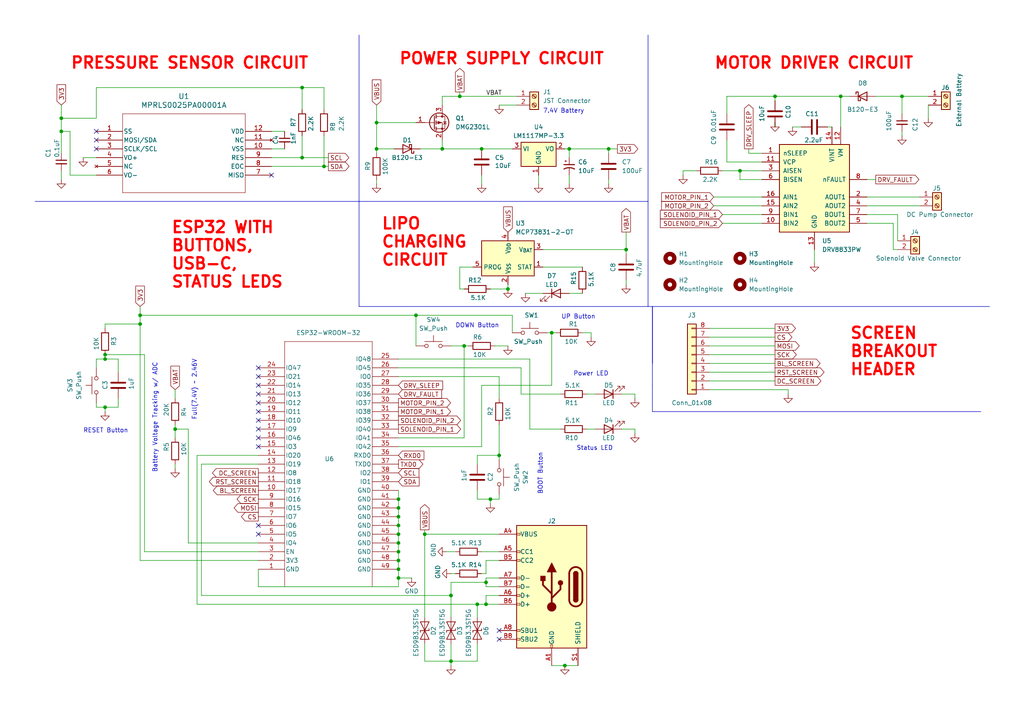
<source format=kicad_sch>
(kicad_sch (version 20230121) (generator eeschema)
  (paper "A4")
  (title_block (title "AT01 - Initial Revision") (date "2023-11-16") (rev "1"))
  (junction (at 261.62 27.94))
  (junction (at 115.57 152.4))
  (junction (at 130.81 191.77))
  (junction (at 30.48 104.14))
  (junction (at 115.57 167.64))
  (junction (at 139.7 43.18))
  (junction (at 123.19 154.94))
  (junction (at 115.57 165.1))
  (junction (at 115.57 147.32))
  (junction (at 115.57 160.02))
  (junction (at 109.22 43.18))
  (junction (at 176.53 43.18))
  (junction (at 115.57 154.94))
  (junction (at 134.62 100.33))
  (junction (at 109.22 35.56))
  (junction (at 165.1 43.18))
  (junction (at 160.02 96.52))
  (junction (at 17.78 38.1))
  (junction (at 128.27 43.18))
  (junction (at 40.64 93.98))
  (junction (at 140.97 168.91))
  (junction (at 87.63 25.4))
  (junction (at 130.81 172.72))
  (junction (at 50.8 124.46))
  (junction (at 30.48 102.87))
  (junction (at 181.61 72.39))
  (junction (at 163.83 193.04))
  (junction (at 147.32 83.82))
  (junction (at 115.57 157.48))
  (junction (at 243.84 27.94))
  (junction (at 40.64 91.44))
  (junction (at 93.98 48.26))
  (junction (at 87.63 45.72))
  (junction (at 214.63 49.53))
  (junction (at 140.97 175.26))
  (junction (at 17.78 34.29))
  (junction (at 133.35 27.94))
  (junction (at 144.78 132.08))
  (junction (at 120.65 91.44))
  (junction (at 115.57 149.86))
  (junction (at 115.57 144.78))
  (junction (at 30.48 118.11))
  (junction (at 142.24 144.78))
  (junction (at 115.57 162.56))
  (junction (at 224.79 27.94))
  (junction (at 138.43 175.26))
  (no_connect (at 27.94 40.64))
  (no_connect (at 144.78 185.42))
  (no_connect (at 74.93 111.76))
  (no_connect (at 74.93 129.54))
  (no_connect (at 74.93 116.84))
  (no_connect (at 74.93 119.38))
  (no_connect (at 74.93 106.68))
  (no_connect (at 74.93 152.4))
  (no_connect (at 27.94 43.18))
  (no_connect (at 78.74 50.8))
  (no_connect (at 74.93 114.3))
  (no_connect (at 74.93 124.46))
  (no_connect (at 74.93 127))
  (no_connect (at 144.78 182.88))
  (no_connect (at 74.93 109.22))
  (no_connect (at 74.93 154.94))
  (no_connect (at 74.93 121.92))
  (no_connect (at 27.94 38.1))
  (wire (pts (xy 220.98 49.53) (xy 214.63 49.53)))
  (wire (pts (xy 138.43 175.26) (xy 138.43 179.07)))
  (wire (pts (xy 93.98 25.4) (xy 93.98 31.75)))
  (wire (pts (xy 181.61 67.31) (xy 181.61 72.39)))
  (wire (pts (xy 157.48 77.47) (xy 168.91 77.47)))
  (wire (pts (xy 74.93 170.18) (xy 74.93 165.1)))
  (wire (pts (xy 165.1 43.18) (xy 176.53 43.18)))
  (polyline (pts (xy 189.23 88.9) (xy 189.23 105.41)))
  (wire (pts (xy 138.43 142.24) (xy 138.43 144.78)))
  (wire (pts (xy 139.7 43.18) (xy 148.59 43.18)))
  (polyline (pts (xy 104.14 10.16) (xy 104.14 58.42)))
  (wire (pts (xy 163.83 193.04) (xy 167.64 193.04)))
  (wire (pts (xy 123.19 154.94) (xy 144.78 154.94)))
  (wire (pts (xy 115.57 162.56) (xy 115.57 165.1)))
  (wire (pts (xy 58.42 134.62) (xy 58.42 172.72)))
  (wire (pts (xy 144.78 144.78) (xy 142.24 144.78)))
  (wire (pts (xy 115.57 152.4) (xy 115.57 154.94)))
  (wire (pts (xy 87.63 45.72) (xy 95.25 45.72)))
  (wire (pts (xy 207.01 57.15) (xy 220.98 57.15)))
  (wire (pts (xy 58.42 172.72) (xy 130.81 172.72)))
  (wire (pts (xy 24.13 45.72) (xy 27.94 45.72)))
  (wire (pts (xy 184.15 124.46) (xy 180.34 124.46)))
  (polyline (pts (xy 189.23 119.38) (xy 284.48 119.38)))
  (wire (pts (xy 115.57 104.14) (xy 153.67 104.14)))
  (wire (pts (xy 138.43 134.62) (xy 138.43 132.08)))
  (wire (pts (xy 140.97 168.91) (xy 140.97 170.18)))
  (wire (pts (xy 217.17 44.45) (xy 220.98 44.45)))
  (wire (pts (xy 133.35 83.82) (xy 134.62 83.82)))
  (wire (pts (xy 144.78 167.64) (xy 140.97 167.64)))
  (wire (pts (xy 74.93 170.18) (xy 115.57 170.18)))
  (wire (pts (xy 261.62 27.94) (xy 261.62 33.02)))
  (wire (pts (xy 184.15 115.57) (xy 184.15 114.3)))
  (wire (pts (xy 34.29 107.95) (xy 34.29 104.14)))
  (wire (pts (xy 205.74 110.49) (xy 224.79 110.49)))
  (wire (pts (xy 128.27 43.18) (xy 139.7 43.18)))
  (wire (pts (xy 144.78 30.48) (xy 149.86 30.48)))
  (wire (pts (xy 133.35 27.94) (xy 149.86 27.94)))
  (wire (pts (xy 138.43 191.77) (xy 130.81 191.77)))
  (wire (pts (xy 261.62 38.1) (xy 261.62 39.37)))
  (wire (pts (xy 205.74 102.87) (xy 224.79 102.87)))
  (wire (pts (xy 30.48 118.11) (xy 34.29 118.11)))
  (wire (pts (xy 34.29 115.57) (xy 34.29 118.11)))
  (polyline (pts (xy 187.96 58.42) (xy 104.14 58.42)))
  (wire (pts (xy 181.61 81.28) (xy 181.61 82.55)))
  (wire (pts (xy 133.35 26.67) (xy 133.35 27.94)))
  (wire (pts (xy 115.57 167.64) (xy 115.57 170.18)))
  (wire (pts (xy 130.81 168.91) (xy 140.97 168.91)))
  (wire (pts (xy 205.74 113.03) (xy 228.6 113.03)))
  (wire (pts (xy 228.6 113.03) (xy 228.6 114.3)))
  (wire (pts (xy 27.94 50.8) (xy 20.32 50.8)))
  (wire (pts (xy 142.24 83.82) (xy 147.32 83.82)))
  (wire (pts (xy 158.75 96.52) (xy 160.02 96.52)))
  (wire (pts (xy 109.22 35.56) (xy 109.22 43.18)))
  (wire (pts (xy 130.81 191.77) (xy 130.81 193.04)))
  (wire (pts (xy 109.22 30.48) (xy 109.22 35.56)))
  (wire (pts (xy 138.43 186.69) (xy 138.43 191.77)))
  (wire (pts (xy 144.78 172.72) (xy 140.97 172.72)))
  (wire (pts (xy 17.78 49.53) (xy 17.78 52.07)))
  (wire (pts (xy 220.98 52.07) (xy 214.63 52.07)))
  (wire (pts (xy 171.45 97.79) (xy 171.45 96.52)))
  (wire (pts (xy 78.74 43.18) (xy 82.55 43.18)))
  (wire (pts (xy 115.57 142.24) (xy 115.57 144.78)))
  (wire (pts (xy 209.55 49.53) (xy 214.63 49.53)))
  (wire (pts (xy 132.08 160.02) (xy 129.54 160.02)))
  (wire (pts (xy 210.82 27.94) (xy 224.79 27.94)))
  (wire (pts (xy 74.93 160.02) (xy 41.91 160.02)))
  (wire (pts (xy 27.94 118.11) (xy 30.48 118.11)))
  (wire (pts (xy 133.35 77.47) (xy 133.35 83.82)))
  (wire (pts (xy 243.84 27.94) (xy 246.38 27.94)))
  (wire (pts (xy 78.74 48.26) (xy 93.98 48.26)))
  (wire (pts (xy 140.97 162.56) (xy 140.97 166.37)))
  (wire (pts (xy 251.46 59.69) (xy 266.7 59.69)))
  (wire (pts (xy 57.15 175.26) (xy 57.15 132.08)))
  (wire (pts (xy 74.93 162.56) (xy 40.64 162.56)))
  (wire (pts (xy 40.64 88.9) (xy 40.64 91.44)))
  (wire (pts (xy 20.32 50.8) (xy 20.32 38.1)))
  (wire (pts (xy 142.24 144.78) (xy 142.24 146.05)))
  (wire (pts (xy 139.7 129.54) (xy 139.7 111.76)))
  (wire (pts (xy 17.78 34.29) (xy 17.78 38.1)))
  (wire (pts (xy 214.63 52.07) (xy 214.63 49.53)))
  (wire (pts (xy 115.57 144.78) (xy 115.57 147.32)))
  (wire (pts (xy 205.74 100.33) (xy 224.79 100.33)))
  (wire (pts (xy 259.08 64.77) (xy 251.46 64.77)))
  (wire (pts (xy 176.53 43.18) (xy 179.07 43.18)))
  (wire (pts (xy 30.48 102.87) (xy 41.91 102.87)))
  (wire (pts (xy 134.62 100.33) (xy 135.89 100.33)))
  (wire (pts (xy 30.48 104.14) (xy 34.29 104.14)))
  (wire (pts (xy 176.53 43.18) (xy 176.53 44.45)))
  (wire (pts (xy 144.78 160.02) (xy 139.7 160.02)))
  (wire (pts (xy 130.81 100.33) (xy 134.62 100.33)))
  (wire (pts (xy 224.79 35.56) (xy 224.79 36.83)))
  (wire (pts (xy 210.82 46.99) (xy 220.98 46.99)))
  (wire (pts (xy 119.38 167.64) (xy 115.57 167.64)))
  (wire (pts (xy 50.8 113.03) (xy 50.8 115.57)))
  (wire (pts (xy 115.57 106.68) (xy 151.13 106.68)))
  (wire (pts (xy 134.62 127) (xy 134.62 100.33)))
  (wire (pts (xy 153.67 104.14) (xy 153.67 124.46)))
  (wire (pts (xy 151.13 114.3) (xy 151.13 106.68)))
  (wire (pts (xy 139.7 50.8) (xy 139.7 53.34)))
  (wire (pts (xy 115.57 154.94) (xy 115.57 157.48)))
  (wire (pts (xy 144.78 109.22) (xy 144.78 115.57)))
  (wire (pts (xy 210.82 27.94) (xy 210.82 33.02)))
  (wire (pts (xy 123.19 153.67) (xy 123.19 154.94)))
  (wire (pts (xy 259.08 72.39) (xy 259.08 64.77)))
  (polyline (pts (xy 189.23 111.76) (xy 189.23 119.38)))
  (wire (pts (xy 87.63 25.4) (xy 87.63 31.75)))
  (wire (pts (xy 115.57 149.86) (xy 115.57 152.4)))
  (wire (pts (xy 130.81 168.91) (xy 130.81 172.72)))
  (wire (pts (xy 128.27 40.64) (xy 128.27 43.18)))
  (wire (pts (xy 163.83 43.18) (xy 165.1 43.18)))
  (wire (pts (xy 128.27 27.94) (xy 128.27 30.48)))
  (wire (pts (xy 144.78 143.51) (xy 144.78 144.78)))
  (wire (pts (xy 144.78 132.08) (xy 144.78 133.35)))
  (wire (pts (xy 144.78 162.56) (xy 140.97 162.56)))
  (wire (pts (xy 168.91 85.09) (xy 165.1 85.09)))
  (wire (pts (xy 160.02 96.52) (xy 161.29 96.52)))
  (wire (pts (xy 27.94 104.14) (xy 27.94 106.68)))
  (wire (pts (xy 140.97 175.26) (xy 138.43 175.26)))
  (wire (pts (xy 181.61 72.39) (xy 181.61 73.66)))
  (wire (pts (xy 165.1 43.18) (xy 165.1 45.72)))
  (wire (pts (xy 115.57 165.1) (xy 115.57 167.64)))
  (wire (pts (xy 157.48 72.39) (xy 181.61 72.39)))
  (wire (pts (xy 176.53 52.07) (xy 176.53 53.34)))
  (wire (pts (xy 120.65 35.56) (xy 109.22 35.56)))
  (wire (pts (xy 259.08 72.39) (xy 260.35 72.39)))
  (wire (pts (xy 27.94 25.4) (xy 87.63 25.4)))
  (wire (pts (xy 205.74 105.41) (xy 224.79 105.41)))
  (polyline (pts (xy 187.96 10.16) (xy 187.96 58.42)))
  (wire (pts (xy 147.32 82.55) (xy 147.32 83.82)))
  (wire (pts (xy 30.48 93.98) (xy 30.48 95.25)))
  (wire (pts (xy 224.79 27.94) (xy 243.84 27.94)))
  (wire (pts (xy 198.12 50.8) (xy 198.12 49.53)))
  (polyline (pts (xy 187.96 58.42) (xy 187.96 88.9)))
  (wire (pts (xy 41.91 102.87) (xy 41.91 160.02)))
  (wire (pts (xy 171.45 96.52) (xy 168.91 96.52)))
  (wire (pts (xy 109.22 52.07) (xy 109.22 53.34)))
  (wire (pts (xy 17.78 30.48) (xy 17.78 34.29)))
  (wire (pts (xy 243.84 27.94) (xy 243.84 36.83)))
  (wire (pts (xy 210.82 40.64) (xy 210.82 46.99)))
  (wire (pts (xy 120.65 91.44) (xy 148.59 91.44)))
  (wire (pts (xy 115.57 109.22) (xy 144.78 109.22)))
  (polyline (pts (xy 189.23 88.9) (xy 189.23 111.76)))
  (wire (pts (xy 142.24 144.78) (xy 138.43 144.78)))
  (wire (pts (xy 205.74 107.95) (xy 224.79 107.95)))
  (wire (pts (xy 170.18 124.46) (xy 172.72 124.46)))
  (wire (pts (xy 130.81 186.69) (xy 130.81 191.77)))
  (wire (pts (xy 128.27 27.94) (xy 133.35 27.94)))
  (wire (pts (xy 115.57 127) (xy 134.62 127)))
  (wire (pts (xy 160.02 111.76) (xy 160.02 96.52)))
  (wire (pts (xy 144.78 123.19) (xy 144.78 132.08)))
  (wire (pts (xy 54.61 157.48) (xy 54.61 124.46)))
  (polyline (pts (xy 104.14 58.42) (xy 104.14 88.9)))
  (wire (pts (xy 27.94 116.84) (xy 27.94 118.11)))
  (wire (pts (xy 165.1 50.8) (xy 165.1 53.34)))
  (wire (pts (xy 50.8 123.19) (xy 50.8 124.46)))
  (wire (pts (xy 115.57 129.54) (xy 139.7 129.54)))
  (wire (pts (xy 121.92 43.18) (xy 128.27 43.18)))
  (wire (pts (xy 93.98 39.37) (xy 93.98 48.26)))
  (wire (pts (xy 130.81 172.72) (xy 130.81 179.07)))
  (wire (pts (xy 170.18 114.3) (xy 172.72 114.3)))
  (wire (pts (xy 139.7 111.76) (xy 160.02 111.76)))
  (wire (pts (xy 109.22 43.18) (xy 109.22 44.45)))
  (wire (pts (xy 260.35 62.23) (xy 251.46 62.23)))
  (wire (pts (xy 160.02 193.04) (xy 163.83 193.04)))
  (wire (pts (xy 260.35 69.85) (xy 260.35 62.23)))
  (wire (pts (xy 269.24 30.48) (xy 269.24 34.29)))
  (wire (pts (xy 50.8 124.46) (xy 50.8 127)))
  (wire (pts (xy 209.55 64.77) (xy 220.98 64.77)))
  (wire (pts (xy 140.97 166.37) (xy 139.7 166.37)))
  (wire (pts (xy 144.78 132.08) (xy 138.43 132.08)))
  (wire (pts (xy 198.12 49.53) (xy 201.93 49.53)))
  (wire (pts (xy 205.74 95.25) (xy 224.79 95.25)))
  (wire (pts (xy 74.93 134.62) (xy 58.42 134.62)))
  (wire (pts (xy 236.22 72.39) (xy 236.22 76.2)))
  (wire (pts (xy 57.15 132.08) (xy 74.93 132.08)))
  (wire (pts (xy 120.65 100.33) (xy 120.65 91.44)))
  (wire (pts (xy 207.01 59.69) (xy 220.98 59.69)))
  (wire (pts (xy 254 27.94) (xy 261.62 27.94)))
  (wire (pts (xy 241.3 36.83) (xy 240.03 36.83)))
  (wire (pts (xy 217.17 43.18) (xy 217.17 44.45)))
  (wire (pts (xy 157.48 85.09) (xy 152.4 85.09)))
  (wire (pts (xy 229.87 36.83) (xy 232.41 36.83)))
  (wire (pts (xy 115.57 157.48) (xy 115.57 160.02)))
  (wire (pts (xy 140.97 167.64) (xy 140.97 168.91)))
  (wire (pts (xy 40.64 93.98) (xy 40.64 162.56)))
  (wire (pts (xy 130.81 191.77) (xy 123.19 191.77)))
  (wire (pts (xy 115.57 160.02) (xy 115.57 162.56)))
  (wire (pts (xy 50.8 124.46) (xy 54.61 124.46)))
  (wire (pts (xy 133.35 77.47) (xy 137.16 77.47)))
  (wire (pts (xy 40.64 91.44) (xy 40.64 93.98)))
  (wire (pts (xy 251.46 52.07) (xy 254 52.07)))
  (wire (pts (xy 224.79 27.94) (xy 224.79 29.21)))
  (wire (pts (xy 115.57 147.32) (xy 115.57 149.86)))
  (wire (pts (xy 57.15 175.26) (xy 138.43 175.26)))
  (wire (pts (xy 123.19 186.69) (xy 123.19 191.77)))
  (polyline (pts (xy 104.14 88.9) (xy 187.96 88.9)))
  (wire (pts (xy 148.59 96.52) (xy 148.59 91.44)))
  (wire (pts (xy 123.19 154.94) (xy 123.19 179.07)))
  (wire (pts (xy 144.78 170.18) (xy 140.97 170.18)))
  (wire (pts (xy 209.55 62.23) (xy 220.98 62.23)))
  (wire (pts (xy 144.78 175.26) (xy 140.97 175.26)))
  (wire (pts (xy 30.48 93.98) (xy 40.64 93.98)))
  (wire (pts (xy 50.8 134.62) (xy 50.8 135.89)))
  (wire (pts (xy 17.78 38.1) (xy 17.78 44.45)))
  (wire (pts (xy 87.63 25.4) (xy 93.98 25.4)))
  (wire (pts (xy 78.74 38.1) (xy 82.55 38.1)))
  (wire (pts (xy 109.22 43.18) (xy 114.3 43.18)))
  (wire (pts (xy 205.74 97.79) (xy 224.79 97.79)))
  (wire (pts (xy 143.51 100.33) (xy 147.32 100.33)))
  (wire (pts (xy 156.21 50.8) (xy 156.21 53.34)))
  (wire (pts (xy 261.62 27.94) (xy 269.24 27.94)))
  (wire (pts (xy 30.48 118.11) (xy 30.48 119.38)))
  (wire (pts (xy 74.93 157.48) (xy 54.61 157.48)))
  (wire (pts (xy 153.67 124.46) (xy 162.56 124.46)))
  (wire (pts (xy 30.48 104.14) (xy 27.94 104.14)))
  (wire (pts (xy 132.08 166.37) (xy 130.81 166.37)))
  (wire (pts (xy 93.98 48.26) (xy 95.25 48.26)))
  (wire (pts (xy 20.32 38.1) (xy 17.78 38.1)))
  (wire (pts (xy 40.64 91.44) (xy 120.65 91.44)))
  (wire (pts (xy 30.48 102.87) (xy 30.48 104.14)))
  (wire (pts (xy 184.15 125.73) (xy 184.15 124.46)))
  (wire (pts (xy 27.94 34.29) (xy 27.94 25.4)))
  (wire (pts (xy 87.63 39.37) (xy 87.63 45.72)))
  (wire (pts (xy 151.13 114.3) (xy 162.56 114.3)))
  (wire (pts (xy 251.46 57.15) (xy 266.7 57.15)))
  (wire (pts (xy 184.15 114.3) (xy 180.34 114.3)))
  (wire (pts (xy 78.74 45.72) (xy 87.63 45.72)))
  (wire (pts (xy 140.97 172.72) (xy 140.97 175.26)))
  (polyline (pts (xy 10.16 58.42) (xy 104.14 58.42)))
  (wire (pts (xy 17.78 34.29) (xy 27.94 34.29)))
  (polyline (pts (xy 187.96 88.9) (xy 287.02 88.9)))
  (text "UP Button" (at 172.72 92.71 0) (effects (font (size 1.27 1.27)) (justify right bottom)))
  (text "LIPO\nCHARGING\nCIRCUIT" (at 110.49 77.47 0) (effects (font (size 3.27 3.27) (thickness 0.654) bold) (justify left bottom)))
  (text "Full(7.4V) ~ 2.46V" (at 57.15 121.92 90) (effects (font (size 1.27 1.27)) (justify left bottom)))
  (text "PRESSURE SENSOR CIRCUIT" (at 20.32 20.32 0) (effects (font (size 3.27 3.27) (thickness 0.654) bold) (justify left bottom)))
  (text "RESET Button" (at 24.13 125.73 0) (effects (font (size 1.27 1.27)) (justify left bottom)))
  (text "POWER SUPPLY CIRCUIT" (at 115.57 19.05 0) (effects (font (size 3.27 3.27) (thickness 0.654) bold) (justify left bottom)))
  (text "7.4V Battery" (at 157.48 33.02 0) (effects (font (size 1.27 1.27)) (justify left bottom)))
  (text "ESP32 WITH \nBUTTONS,\nUSB-C,\nSTATUS LEDS" (at 49.53 83.82 0) (effects (font (size 3.27 3.27) (thickness 0.654) bold) (justify left bottom)))
  (text "Power LED" (at 176.53 109.22 0) (effects (font (size 1.27 1.27)) (justify right bottom)))
  (text "SCREEN\nBREAKOUT\nHEADER" (at 246.38 109.22 0) (effects (font (size 3.27 3.27) (thickness 0.654) bold) (justify left bottom)))
  (text "BOOT Button" (at 157.48 143.51 90) (effects (font (size 1.27 1.27)) (justify left bottom)))
  (text "MOTOR DRIVER CIRCUIT" (at 207.01 20.32 0) (effects (font (size 3.27 3.27) (thickness 0.654) bold) (justify left bottom)))
  (text "DOWN Button" (at 132.08 95.25 0) (effects (font (size 1.27 1.27)) (justify left bottom)))
  (text "Battery Voltage Tracking w/ ADC" (at 45.72 137.16 90) (effects (font (size 1.27 1.27)) (justify left bottom)))
  (text "Status LED" (at 177.8 130.81 0) (effects (font (size 1.27 1.27)) (justify right bottom)))
  (label "VBAT" (at 140.97 27.94 0))
  (global_label "3V3" (shape input) (at 40.64 88.9 90) (property "Intersheetrefs" "${INTERSHEET_REFS}" (effects hide)))
  (global_label "MOTOR_PIN_1" (shape output) (at 115.57 119.38 0) (property "Intersheetrefs" "${INTERSHEET_REFS}" (effects hide)))
  (global_label "DRV_SLEEP" (shape output) (at 217.17 43.18 90) (property "Intersheetrefs" "${INTERSHEET_REFS}" (effects hide)))
  (global_label "VBUS" (shape input) (at 109.22 30.48 90) (property "Intersheetrefs" "${INTERSHEET_REFS}" (effects hide)))
  (global_label "3V3" (shape input) (at 17.78 30.48 90) (property "Intersheetrefs" "${INTERSHEET_REFS}" (effects hide)))
  (global_label "MOSI" (shape output) (at 74.93 147.32 180) (property "Intersheetrefs" "${INTERSHEET_REFS}" (effects hide)))
  (global_label "TXD0" (shape output) (at 115.57 134.62 0) (property "Intersheetrefs" "${INTERSHEET_REFS}" (effects hide)))
  (global_label "BL_SCREEN" (shape output) (at 74.93 142.24 180) (property "Intersheetrefs" "${INTERSHEET_REFS}" (effects hide)))
  (global_label "VBUS" (shape input) (at 147.32 67.31 90) (property "Intersheetrefs" "${INTERSHEET_REFS}" (effects hide)))
  (global_label "SOLENOID_PIN_2" (shape output) (at 115.57 121.92 0) (property "Intersheetrefs" "${INTERSHEET_REFS}" (effects hide)))
  (global_label "SCK" (shape output) (at 224.79 102.87 0) (property "Intersheetrefs" "${INTERSHEET_REFS}" (effects hide)))
  (global_label "DRV_FAULT" (shape input) (at 115.57 114.3 0) (property "Intersheetrefs" "${INTERSHEET_REFS}" (effects hide)))
  (global_label "VBAT" (shape output) (at 133.35 26.67 90) (property "Intersheetrefs" "${INTERSHEET_REFS}" (effects hide)))
  (global_label "CS" (shape output) (at 74.93 149.86 180) (property "Intersheetrefs" "${INTERSHEET_REFS}" (effects hide)))
  (global_label "SDA" (shape input) (at 115.57 139.7 0) (property "Intersheetrefs" "${INTERSHEET_REFS}" (effects hide)))
  (global_label "MOTOR_PIN_2" (shape output) (at 115.57 116.84 0) (property "Intersheetrefs" "${INTERSHEET_REFS}" (effects hide)))
  (global_label "3V3" (shape output) (at 179.07 43.18 0) (property "Intersheetrefs" "${INTERSHEET_REFS}" (effects hide)))
  (global_label "DC_SCREEN" (shape output) (at 74.93 137.16 180) (property "Intersheetrefs" "${INTERSHEET_REFS}" (effects hide)))
  (global_label "SCL" (shape output) (at 95.25 45.72 0) (property "Intersheetrefs" "${INTERSHEET_REFS}" (effects hide)))
  (global_label "SOLENOID_PIN_1" (shape input) (at 209.55 62.23 180) (property "Intersheetrefs" "${INTERSHEET_REFS}" (effects hide)))
  (global_label "SDA" (shape output) (at 95.25 48.26 0) (property "Intersheetrefs" "${INTERSHEET_REFS}" (effects hide)))
  (global_label "RXD0" (shape input) (at 115.57 132.08 0) (property "Intersheetrefs" "${INTERSHEET_REFS}" (effects hide)))
  (global_label "BL_SCREEN" (shape output) (at 224.79 105.41 0) (property "Intersheetrefs" "${INTERSHEET_REFS}" (effects hide)))
  (global_label "MOTOR_PIN_1" (shape input) (at 207.01 57.15 180) (property "Intersheetrefs" "${INTERSHEET_REFS}" (effects hide)))
  (global_label "VBUS" (shape output) (at 123.19 153.67 90) (property "Intersheetrefs" "${INTERSHEET_REFS}" (effects hide)))
  (global_label "MOSI" (shape output) (at 224.79 100.33 0) (property "Intersheetrefs" "${INTERSHEET_REFS}" (effects hide)))
  (global_label "RST_SCREEN" (shape output) (at 74.93 139.7 180) (property "Intersheetrefs" "${INTERSHEET_REFS}" (effects hide)))
  (global_label "RST_SCREEN" (shape output) (at 224.79 107.95 0) (property "Intersheetrefs" "${INTERSHEET_REFS}" (effects hide)))
  (global_label "MOTOR_PIN_2" (shape input) (at 207.01 59.69 180) (property "Intersheetrefs" "${INTERSHEET_REFS}" (effects hide)))
  (global_label "DRV_FAULT" (shape output) (at 254 52.07 0) (property "Intersheetrefs" "${INTERSHEET_REFS}" (effects hide)))
  (global_label "3V3" (shape output) (at 224.79 95.25 0) (property "Intersheetrefs" "${INTERSHEET_REFS}" (effects hide)))
  (global_label "VBAT" (shape output) (at 181.61 67.31 90) (property "Intersheetrefs" "${INTERSHEET_REFS}" (effects hide)))
  (global_label "VBAT" (shape input) (at 50.8 113.03 90) (property "Intersheetrefs" "${INTERSHEET_REFS}" (effects hide)))
  (global_label "SOLENOID_PIN_1" (shape output) (at 115.57 124.46 0) (property "Intersheetrefs" "${INTERSHEET_REFS}" (effects hide)))
  (global_label "SOLENOID_PIN_2" (shape input) (at 209.55 64.77 180) (property "Intersheetrefs" "${INTERSHEET_REFS}" (effects hide)))
  (global_label "SCK" (shape output) (at 74.93 144.78 180) (property "Intersheetrefs" "${INTERSHEET_REFS}" (effects hide)))
  (global_label "SCL" (shape input) (at 115.57 137.16 0) (property "Intersheetrefs" "${INTERSHEET_REFS}" (effects hide)))
  (global_label "DRV_SLEEP" (shape input) (at 115.57 111.76 0) (property "Intersheetrefs" "${INTERSHEET_REFS}" (effects hide)))
  (global_label "DC_SCREEN" (shape output) (at 224.79 110.49 0) (property "Intersheetrefs" "${INTERSHEET_REFS}" (effects hide)))
  (global_label "CS" (shape output) (at 224.79 97.79 0) (property "Intersheetrefs" "${INTERSHEET_REFS}" (effects hide)))
  (symbol (lib_id "Regulator_Linear:LM1117MP-3.3") (at 156.21 43.18 0) (unit 1)
    (property "Reference" "U4" (at 156.21 36.83 0))
    (property "Value" "LM1117MP-3.3" (at 156.21 39.37 0))
    (property "Footprint" "Package_TO_SOT_SMD:SOT-223-3_TabPin2" (effects hide))
    (property "Datasheet" "http://www.ti.com/lit/ds/symlink/lm1117.pdf" (effects hide))
  )
  (symbol (lib_id "power:GND") (at 156.21 53.34 0) (unit 1)
    (property "Reference" "#PWR019" (effects hide))
    (property "Value" "GND" (effects hide))
  )
  (symbol (lib_id "Device:C") (at 139.7 46.99 0) (unit 1)
    (property "Reference" "C5" (at 143.51 45.72 0) (effects (justify left)))
    (property "Value" "10uF" (at 143.51 48.0314 0) (effects (justify left)))
    (property "Footprint" "Capacitor_SMD:C_0603_1608Metric_Pad1.08x0.95mm_HandSolder" (effects hide))
  )
  (symbol (lib_id "power:GND") (at 139.7 53.34 0) (unit 1)
    (property "Reference" "#PWR013" (effects hide))
    (property "Value" "GND" (effects hide))
  )
  (symbol (lib_id "Switch:SW_Push") (at 153.67 96.52 0) (unit 1)
    (property "Reference" "SW1" (at 156.21 91.44 0) (effects (justify right)))
    (property "Value" "SW_Push" (at 157.48 99.06 0) (effects (justify right)))
    (property "Footprint" "Button_Switch_THT:SW_PUSH_6mm" (effects hide))
  )
  (symbol (lib_id "Diode:B120-E3") (at 250.19 27.94 0) (unit 1)
    (property "Reference" "D8" (at 250.19 24.13 0))
    (property "Value" "B120-E3" (at 250.19 31.75 0))
    (property "Footprint" "Diode_SMD:D_SMA" (effects hide))
    (property "Datasheet" "http://www.vishay.com/docs/88946/b120.pdf" (effects hide))
  )
  (symbol (lib_id "power:GND") (at 184.15 125.73 0) (unit 1)
    (property "Reference" "#PWR016" (effects hide))
    (property "Value" "GND" (effects hide))
  )
  (symbol (lib_id "Switch:SW_Push") (at 125.73 100.33 0) (unit 1)
    (property "Reference" "SW4" (at 125.73 92.71 0))
    (property "Value" "SW_Push" (at 125.73 95.25 0))
    (property "Footprint" "Button_Switch_THT:SW_PUSH_6mm" (effects hide))
  )
  (symbol (lib_id "Device:C") (at 210.82 36.83 180) (unit 1)
    (property "Reference" "C9" (at 207.01 39.37 90) (effects (justify left)))
    (property "Value" "0.01uF" (at 207.01 31.75 90) (effects (justify left)))
    (property "Footprint" "Capacitor_SMD:C_0603_1608Metric_Pad1.08x0.95mm_HandSolder" (effects hide))
  )
  (symbol (lib_id "power:GND") (at 147.32 83.82 0) (unit 1)
    (property "Reference" "#PWR015" (effects hide))
    (property "Value" "GND" (effects hide))
  )
  (symbol (lib_id "Diode:ESD9B3.3ST5G") (at 138.43 182.88 270) (mirror x) (unit 1)
    (property "Reference" "D6" (at 140.97 181.61 0) (effects (justify right)))
    (property "Value" "ESD9B3.3ST5G" (at 135.89 176.53 0) (effects (justify right)))
    (property "Footprint" "Diode_SMD:D_SOD-923" (effects hide))
    (property "Datasheet" "https://www.onsemi.com/pub/Collateral/ESD9B-D.PDF" (effects hide))
  )
  (symbol (lib_id "Connector_Generic:Conn_01x08") (at 200.66 105.41 180) (unit 1)
    (property "Reference" "J3" (at 200.66 91.44 0))
    (property "Value" "Conn_01x08" (at 200.66 116.84 0))
    (property "Footprint" "Connector_PinHeader_1.00mm:PinHeader_1x08_P1.00mm_Vertical" (effects hide))
  )
  (symbol (lib_id "Device:R") (at 30.48 99.06 0) (unit 1)
    (property "Reference" "R3" (at 33.02 100.33 90) (effects (justify left)))
    (property "Value" "10K" (at 27.94 101.6 90) (effects (justify left)))
    (property "Footprint" "Resistor_SMD:R_0603_1608Metric_Pad0.98x0.95mm_HandSolder" (effects hide))
  )
  (symbol (lib_id "Device:R") (at 165.1 96.52 90) (unit 1)
    (property "Reference" "R1" (at 167.64 93.98 90) (effects (justify left)))
    (property "Value" "10K" (at 167.64 99.06 90) (effects (justify left)))
    (property "Footprint" "Resistor_SMD:R_0603_1608Metric_Pad0.98x0.95mm_HandSolder" (effects hide))
  )
  (symbol (lib_id "Device:R") (at 139.7 100.33 270) (mirror x) (unit 1)
    (property "Reference" "R6" (at 137.16 97.79 90) (effects (justify left)))
    (property "Value" "10K" (at 137.16 102.87 90) (effects (justify left)))
    (property "Footprint" "Resistor_SMD:R_0603_1608Metric_Pad0.98x0.95mm_HandSolder" (effects hide))
  )
  (symbol (lib_id "power:GND") (at 17.78 52.07 0) (unit 1)
    (property "Reference" "#PWR01" (effects hide))
    (property "Value" "GND" (effects hide))
  )
  (symbol (lib_id "power:GND") (at 142.24 146.05 0) (unit 1)
    (property "Reference" "#PWR04" (effects hide))
    (property "Value" "GND" (effects hide))
  )
  (symbol (lib_id "power:GND") (at 130.81 166.37 270) (mirror x) (unit 1)
    (property "Reference" "#PWR011" (effects hide))
    (property "Value" "GND" (at 127 163.83 0) (effects (justify right)))
  )
  (symbol (lib_id "power:GND") (at 171.45 97.79 0) (mirror y) (unit 1)
    (property "Reference" "#PWR02" (effects hide))
    (property "Value" "GND" (effects hide))
  )
  (symbol (lib_id "power:GND") (at 163.83 193.04 0) (mirror y) (unit 1)
    (property "Reference" "#PWR021" (effects hide))
    (property "Value" "GND" (effects hide))
  )
  (symbol (lib_id "Mechanical:MountingHole") (at 214.63 82.55 0) (unit 1)
    (property "Reference" "H4" (at 217.17 81.28 0) (effects (justify left)))
    (property "Value" "MountingHole" (at 217.17 83.82 0) (effects (justify left)))
    (property "Footprint" "MountingHole:MountingHole_2.2mm_M2_ISO7380" (effects hide))
  )
  (symbol (lib_id "Mechanical:MountingHole") (at 214.63 74.93 0) (unit 1)
    (property "Reference" "H3" (at 217.17 73.66 0) (effects (justify left)))
    (property "Value" "MountingHole" (at 217.17 76.2 0) (effects (justify left)))
    (property "Footprint" "MountingHole:MountingHole_2.2mm_M2_ISO7380" (effects hide))
  )
  (symbol (lib_id "power:GND") (at 198.12 50.8 0) (unit 1)
    (property "Reference" "#PWR024" (effects hide))
    (property "Value" "GND" (effects hide))
  )
  (symbol (lib_id "Diode:B120-E3") (at 118.11 43.18 180) (unit 1)
    (property "Reference" "D1" (at 118.11 40.64 0))
    (property "Value" "B120-E3" (at 118.11 45.72 0))
    (property "Footprint" "Diode_SMD:D_SMA" (effects hide))
    (property "Datasheet" "http://www.vishay.com/docs/88946/b120.pdf" (effects hide))
  )
  (symbol (lib_id "power:GND") (at 165.1 53.34 0) (unit 1)
    (property "Reference" "#PWR020" (effects hide))
    (property "Value" "GND" (effects hide))
  )
  (symbol (lib_id "Connector:Screw_Terminal_01x02") (at 265.43 69.85 0) (unit 1)
    (property "Reference" "J4" (at 264.16 67.31 0) (effects (justify left)))
    (property "Value" "Solenoid Valve Connector" (at 254 74.93 0) (effects (justify left)))
    (property "Footprint" "TerminalBlock_4Ucon:TerminalBlock_4Ucon_1x02_P3.50mm_Horizontal" (effects hide))
  )
  (symbol (lib_id "2023-10-27_15-39-09:ESP32-S3-WROOM-1U-N16R8") (at 74.93 165.1 0) (mirror x) (unit 1)
    (property "Reference" "U6" (at 95.5294 133.096 0))
    (property "Value" "ESP32-WROOM-32" (at 95.25 96.52 0))
    (property "Footprint" "RF_Module:ESP32-S3-WROOM-1U" (effects hide))
    (property "Datasheet" "ESP32-S3-WROOM-1U-N16R8" (effects hide))
  )
  (symbol (lib_id "power:GND") (at 109.22 53.34 0) (unit 1)
    (property "Reference" "#PWR09" (effects hide))
    (property "Value" "GND" (effects hide))
  )
  (symbol (lib_id "Device:R") (at 135.89 160.02 270) (mirror x) (unit 1)
    (property "Reference" "R13" (at 135.89 157.48 90) (effects (justify left)))
    (property "Value" "5.1K" (at 130.81 157.48 90) (effects (justify left)))
    (property "Footprint" "Resistor_SMD:R_0603_1608Metric_Pad0.98x0.95mm_HandSolder" (effects hide))
  )
  (symbol (lib_id "Driver_Motor:DRV8833PW") (at 236.22 54.61 0) (unit 1)
    (property "Reference" "U5" (at 238.4141 69.85 0) (effects (justify left)))
    (property "Value" "DRV8833PW" (at 238.4141 72.39 0) (effects (justify left)))
    (property "Footprint" "Package_SO:TSSOP-16_4.4x5mm_P0.65mm" (effects hide))
    (property "Datasheet" "http://www.ti.com/lit/ds/symlink/drv8833.pdf" (effects hide))
  )
  (symbol (lib_id "Device:R") (at 166.37 124.46 270) (unit 1)
    (property "Reference" "R10" (at 163.83 127 90) (effects (justify left)))
    (property "Value" "5.1K" (at 163.83 121.92 90) (effects (justify left)))
    (property "Footprint" "Resistor_SMD:R_0603_1608Metric_Pad0.98x0.95mm_HandSolder" (effects hide))
  )
  (symbol (lib_id "power:GND") (at 261.62 39.37 0) (unit 1)
    (property "Reference" "#PWR029" (effects hide))
    (property "Value" "GND" (effects hide))
  )
  (symbol (lib_id "Device:R") (at 166.37 114.3 270) (unit 1)
    (property "Reference" "R11" (at 163.83 116.84 90) (effects (justify left)))
    (property "Value" "5.1K" (at 163.83 111.76 90) (effects (justify left)))
    (property "Footprint" "Resistor_SMD:R_0603_1608Metric_Pad0.98x0.95mm_HandSolder" (effects hide))
  )
  (symbol (lib_id "Connector:USB_C_Receptacle_USB2.0") (at 160.02 170.18 0) (mirror y) (unit 1)
    (property "Reference" "J2" (at 160.02 151.13 0))
    (property "Value" "USB_C_Receptacle_USB2.0" (effects hide))
    (property "Footprint" "Connector_USB:USB_C_Receptacle_HRO_TYPE-C-31-M-12" (effects hide))
    (property "Datasheet" "https://www.usb.org/sites/default/files/documents/usb_type-c.zip" (effects hide))
  )
  (symbol (lib_id "Device:R") (at 50.8 130.81 180) (unit 1)
    (property "Reference" "R5" (at 48.26 128.27 90) (effects (justify left)))
    (property "Value" "10K" (at 53.34 128.27 90) (effects (justify left)))
    (property "Footprint" "Resistor_SMD:R_0603_1608Metric_Pad0.98x0.95mm_HandSolder" (effects hide))
  )
  (symbol (lib_id "Mechanical:MountingHole") (at 194.31 82.55 0) (unit 1)
    (property "Reference" "H2" (at 196.85 81.28 0) (effects (justify left)))
    (property "Value" "MountingHole" (at 196.85 83.82 0) (effects (justify left)))
    (property "Footprint" "MountingHole:MountingHole_2.2mm_M2_ISO7380" (effects hide))
  )
  (symbol (lib_id "Connector:Screw_Terminal_01x02") (at 274.32 27.94 0) (unit 1)
    (property "Reference" "J6" (at 273.05 25.4 0) (effects (justify left)))
    (property "Value" "External Battery" (at 278.13 36.83 90) (effects (justify left)))
    (property "Footprint" "TerminalBlock_4Ucon:TerminalBlock_4Ucon_1x02_P3.50mm_Horizontal" (effects hide))
  )
  (symbol (lib_id "Device:R") (at 135.89 166.37 270) (mirror x) (unit 1)
    (property "Reference" "R14" (at 135.89 163.83 90) (effects (justify left)))
    (property "Value" "5.1K" (at 130.81 163.83 90) (effects (justify left)))
    (property "Footprint" "Resistor_SMD:R_0603_1608Metric_Pad0.98x0.95mm_HandSolder" (effects hide))
  )
  (symbol (lib_id "Device:C_Small") (at 261.62 35.56 0) (mirror y) (unit 1)
    (property "Reference" "C12" (at 265.43 38.1 90) (effects (justify left)))
    (property "Value" "100uF" (at 257.81 38.1 90) (effects (justify left)))
    (property "Footprint" "Capacitor_SMD:C_0603_1608Metric_Pad1.08x0.95mm_HandSolder" (effects hide))
  )
  (symbol (lib_id "Device:R") (at 93.98 35.56 0) (unit 1)
    (property "Reference" "R8" (at 96.52 38.1 90) (effects (justify left)))
    (property "Value" "2.2K" (at 99.06 38.1 90) (effects (justify left)))
    (property "Footprint" "Resistor_SMD:R_0603_1608Metric_Pad0.98x0.95mm_HandSolder" (effects hide))
  )
  (symbol (lib_id "Device:C") (at 176.53 48.26 0) (unit 1)
    (property "Reference" "C7" (at 180.34 46.99 0) (effects (justify left)))
    (property "Value" "100uF" (at 180.34 49.53 0) (effects (justify left)))
    (property "Footprint" "Capacitor_SMD:C_0603_1608Metric_Pad1.08x0.95mm_HandSolder" (effects hide))
  )
  (symbol (lib_id "Device:C") (at 138.43 138.43 0) (unit 1)
    (property "Reference" "C2" (at 142.24 139.7 90) (effects (justify left)))
    (property "Value" "1uF" (at 134.62 139.7 90) (effects (justify left)))
    (property "Footprint" "Capacitor_SMD:C_0603_1608Metric_Pad1.08x0.95mm_HandSolder" (effects hide))
  )
  (symbol (lib_id "Device:C") (at 181.61 77.47 180) (unit 1)
    (property "Reference" "C8" (at 177.8 76.2 90) (effects (justify left)))
    (property "Value" "4.7uF" (at 185.42 74.93 90) (effects (justify left)))
    (property "Footprint" "Capacitor_SMD:C_0603_1608Metric_Pad1.08x0.95mm_HandSolder" (effects hide))
  )
  (symbol (lib_id "power:GND") (at 129.54 160.02 270) (mirror x) (unit 1)
    (property "Reference" "#PWR010" (effects hide))
    (property "Value" "GND" (at 125.73 157.48 0) (effects (justify right)))
  )
  (symbol (lib_id "power:GND") (at 50.8 135.89 0) (unit 1)
    (property "Reference" "#PWR06" (effects hide))
    (property "Value" "GND" (effects hide))
  )
  (symbol (lib_id "MPRLS0025PA00001A:MPRLS0025PA00001A") (at 27.94 38.1 0) (unit 1)
    (property "Reference" "U1" (at 53.34 27.94 0) (effects (font (size 1.524 1.524))))
    (property "Value" "MPRLS0025PA00001A" (at 53.34 30.48 0) (effects (font (size 1.524 1.524))))
    (property "Footprint" "MPRLS_HNW" (effects hide))
    (property "Datasheet" "MPRLS0025PA00001A" (effects hide))
  )
  (symbol (lib_id "Diode:ESD9B3.3ST5G") (at 130.81 182.88 270) (mirror x) (unit 1)
    (property "Reference" "D3" (at 133.35 181.61 0) (effects (justify right)))
    (property "Value" "ESD9B3.3ST5G" (at 128.27 176.53 0) (effects (justify right)))
    (property "Footprint" "Diode_SMD:D_SOD-923" (effects hide))
    (property "Datasheet" "https://www.onsemi.com/pub/Collateral/ESD9B-D.PDF" (effects hide))
  )
  (symbol (lib_id "Device:C") (at 224.79 33.02 0) (mirror x) (unit 1)
    (property "Reference" "C10" (at 228.6 30.48 90) (effects (justify left)))
    (property "Value" "10uF" (at 220.98 30.48 90) (effects (justify left)))
    (property "Footprint" "Capacitor_SMD:C_0603_1608Metric_Pad1.08x0.95mm_HandSolder" (effects hide))
  )
  (symbol (lib_id "power:GND") (at 152.4 85.09 0) (unit 1)
    (property "Reference" "#PWR017" (effects hide))
    (property "Value" "GND" (effects hide))
  )
  (symbol (lib_id "Device:C") (at 236.22 36.83 90) (unit 1)
    (property "Reference" "C11" (at 237.49 33.02 90) (effects (justify left)))
    (property "Value" "2.2uF" (at 238.76 40.64 90) (effects (justify left)))
    (property "Footprint" "Capacitor_SMD:C_0603_1608Metric_Pad1.08x0.95mm_HandSolder" (effects hide))
  )
  (symbol (lib_id "power:GND") (at 30.48 119.38 0) (mirror y) (unit 1)
    (property "Reference" "#PWR05" (effects hide))
    (property "Value" "GND" (effects hide))
  )
  (symbol (lib_id "Device:R") (at 205.74 49.53 90) (unit 1)
    (property "Reference" "R16" (at 208.28 46.99 90) (effects (justify left)))
    (property "Value" "2.2K" (at 208.28 52.07 90) (effects (justify left)))
    (property "Footprint" "Resistor_SMD:R_0603_1608Metric_Pad0.98x0.95mm_HandSolder" (effects hide))
  )
  (symbol (lib_id "Device:R") (at 168.91 81.28 180) (unit 1)
    (property "Reference" "R15" (at 166.37 78.74 90) (effects (justify left)))
    (property "Value" "5.1K" (at 171.45 78.74 90) (effects (justify left)))
    (property "Footprint" "Resistor_SMD:R_0603_1608Metric_Pad0.98x0.95mm_HandSolder" (effects hide))
  )
  (symbol (lib_id "Device:LED") (at 176.53 114.3 180) (unit 1)
    (property "Reference" "D5" (at 176.53 111.76 0))
    (property "Value" "LED" (at 176.53 116.84 0))
    (property "Footprint" "LED_THT:LED_D3.0mm" (effects hide))
  )
  (symbol (lib_id "power:GND") (at 130.81 193.04 0) (mirror y) (unit 1)
    (property "Reference" "#PWR012" (effects hide))
    (property "Value" "GND" (effects hide))
  )
  (symbol (lib_id "Connector:Screw_Terminal_01x02") (at 154.94 27.94 0) (unit 1)
    (property "Reference" "J1" (at 157.48 26.67 0) (effects (justify left)))
    (property "Value" "JST Connector" (at 157.48 29.21 0) (effects (justify left)))
    (property "Footprint" "Connector_JST:JST_EH_S2B-EH_1x02_P2.50mm_Horizontal" (effects hide))
  )
  (symbol (lib_id "power:GND") (at 184.15 115.57 0) (unit 1)
    (property "Reference" "#PWR018" (effects hide))
    (property "Value" "GND" (effects hide))
  )
  (symbol (lib_id "Device:C_Polarized_Small_US") (at 165.1 48.26 0) (unit 1)
    (property "Reference" "C6" (at 167.64 46.99 0) (effects (justify left)))
    (property "Value" "10uF" (at 167.64 49.53 0) (effects (justify left)))
    (property "Footprint" "Capacitor_SMD:C_1206_3216Metric_Pad1.33x1.80mm_HandSolder" (effects hide))
  )
  (symbol (lib_id "power:GND") (at 176.53 53.34 0) (unit 1)
    (property "Reference" "#PWR022" (effects hide))
    (property "Value" "GND" (effects hide))
  )
  (symbol (lib_id "power:GND") (at 147.32 100.33 0) (mirror y) (unit 1)
    (property "Reference" "#PWR07" (effects hide))
    (property "Value" "GND" (effects hide))
  )
  (symbol (lib_id "Battery_Management:MCP73831-2-OT") (at 147.32 74.93 0) (unit 1)
    (property "Reference" "U3" (at 149.5141 64.77 0) (effects (justify left)))
    (property "Value" "MCP73831-2-OT" (at 149.5141 67.31 0) (effects (justify left)))
    (property "Footprint" "Package_TO_SOT_SMD:SOT-23-5" (effects hide))
    (property "Datasheet" "http://ww1.microchip.com/downloads/en/DeviceDoc/20001984g.pdf" (effects hide))
  )
  (symbol (lib_id "Device:LED") (at 161.29 85.09 0) (unit 1)
    (property "Reference" "D7" (at 160.02 80.01 0))
    (property "Value" "LED" (at 160.02 82.55 0))
    (property "Footprint" "LED_THT:LED_D3.0mm" (effects hide))
  )
  (symbol (lib_id "Device:C_Small") (at 17.78 46.99 0) (unit 1)
    (property "Reference" "C1" (at 13.97 45.72 90) (effects (justify left)))
    (property "Value" "0.1uF" (at 16.51 45.72 90) (effects (justify left)))
    (property "Footprint" "Capacitor_SMD:C_0603_1608Metric_Pad1.08x0.95mm_HandSolder" (effects hide))
  )
  (symbol (lib_id "power:GND") (at 24.13 45.72 0) (unit 1)
    (property "Reference" "#PWR03" (effects hide))
    (property "Value" "GND" (effects hide))
  )
  (symbol (lib_id "Connector:Screw_Terminal_01x02") (at 271.78 57.15 0) (unit 1)
    (property "Reference" "J5" (at 270.51 54.61 0) (effects (justify left)))
    (property "Value" "DC Pump Connector" (at 262.89 62.23 0) (effects (justify left)))
    (property "Footprint" "TerminalBlock_4Ucon:TerminalBlock_4Ucon_1x02_P3.50mm_Horizontal" (effects hide))
  )
  (symbol (lib_id "Transistor_FET:DMG2301L") (at 125.73 35.56 0) (unit 1)
    (property "Reference" "Q1" (at 132.08 34.29 0) (effects (justify left)))
    (property "Value" "DMG2301L" (at 132.08 36.83 0) (effects (justify left)))
    (property "Footprint" "Package_TO_SOT_SMD:SOT-23" (effects hide))
    (property "Datasheet" "https://www.diodes.com/assets/Datasheets/DMG2301L.pdf" (effects hide))
  )
  (symbol (lib_id "Device:C_Small") (at 82.55 40.64 0) (unit 1)
    (property "Reference" "C4" (at 80.01 41.91 90) (effects (justify left)))
    (property "Value" "1nF" (at 85.09 41.91 90) (effects (justify left)))
    (property "Footprint" "Capacitor_SMD:C_0603_1608Metric_Pad1.08x0.95mm_HandSolder" (effects hide))
  )
  (symbol (lib_id "Diode:ESD9B3.3ST5G") (at 123.19 182.88 270) (mirror x) (unit 1)
    (property "Reference" "D2" (at 125.73 181.61 0) (effects (justify right)))
    (property "Value" "ESD9B3.3ST5G" (at 120.65 176.53 0) (effects (justify right)))
    (property "Footprint" "Diode_SMD:D_SOD-923" (effects hide))
    (property "Datasheet" "https://www.onsemi.com/pub/Collateral/ESD9B-D.PDF" (effects hide))
  )
  (symbol (lib_id "Device:R") (at 144.78 119.38 0) (mirror y) (unit 1)
    (property "Reference" "R2" (at 142.24 120.65 90) (effects (justify left)))
    (property "Value" "10K" (at 147.32 121.92 90) (effects (justify left)))
    (property "Footprint" "Resistor_SMD:R_0603_1608Metric_Pad0.98x0.95mm_HandSolder" (effects hide))
  )
  (symbol (lib_id "Device:C") (at 34.29 111.76 0) (mirror y) (unit 1)
    (property "Reference" "C3" (at 30.48 113.03 90) (effects (justify left)))
    (property "Value" "1uF" (at 38.1 113.03 90) (effects (justify left)))
    (property "Footprint" "Capacitor_SMD:C_0603_1608Metric_Pad1.08x0.95mm_HandSolder" (effects hide))
  )
  (symbol (lib_id "Switch:SW_Push") (at 27.94 111.76 90) (mirror x) (unit 1)
    (property "Reference" "SW3" (at 20.32 111.76 0))
    (property "Value" "SW_Push" (at 22.86 111.76 0))
    (property "Footprint" "Button_Switch_THT:SW_PUSH_6mm" (effects hide))
  )
  (symbol (lib_id "power:GND") (at 119.38 167.64 0) (unit 1)
    (property "Reference" "#PWR08" (effects hide))
    (property "Value" "GND" (at 119.38 171.45 0))
  )
  (symbol (lib_id "Device:R") (at 87.63 35.56 0) (unit 1)
    (property "Reference" "R7" (at 85.09 36.83 90) (effects (justify left)))
    (property "Value" "2.2K" (at 90.17 38.1 90) (effects (justify left)))
    (property "Footprint" "Resistor_SMD:R_0603_1608Metric_Pad0.98x0.95mm_HandSolder" (effects hide))
  )
  (symbol (lib_id "Device:R") (at 50.8 119.38 0) (mirror x) (unit 1)
    (property "Reference" "R4" (at 53.34 118.11 90) (effects (justify left)))
    (property "Value" "20K" (at 48.26 116.84 90) (effects (justify left)))
    (property "Footprint" "Resistor_SMD:R_0603_1608Metric_Pad0.98x0.95mm_HandSolder" (effects hide))
  )
  (symbol (lib_id "power:GND") (at 229.87 36.83 0) (unit 1)
    (property "Reference" "#PWR027" (effects hide))
    (property "Value" "GND" (effects hide))
  )
  (symbol (lib_id "Mechanical:MountingHole") (at 194.31 74.93 0) (unit 1)
    (property "Reference" "H1" (at 196.85 73.66 0) (effects (justify left)))
    (property "Value" "MountingHole" (at 196.85 76.2 0) (effects (justify left)))
    (property "Footprint" "MountingHole:MountingHole_2.2mm_M2_ISO7380" (effects hide))
  )
  (symbol (lib_id "power:GND") (at 181.61 82.55 0) (unit 1)
    (property "Reference" "#PWR023" (effects hide))
    (property "Value" "GND" (effects hide))
  )
  (symbol (lib_id "Device:R") (at 138.43 83.82 90) (unit 1)
    (property "Reference" "R12" (at 139.7 81.28 90) (effects (justify left)))
    (property "Value" "5.1K" (at 140.97 86.36 90) (effects (justify left)))
    (property "Footprint" "Resistor_SMD:R_0603_1608Metric_Pad0.98x0.95mm_HandSolder" (effects hide))
  )
  (symbol (lib_id "Device:LED") (at 176.53 124.46 180) (unit 1)
    (property "Reference" "D4" (at 176.53 121.92 0))
    (property "Value" "LED" (at 176.53 127 0))
    (property "Footprint" "LED_THT:LED_D3.0mm" (effects hide))
  )
  (symbol (lib_id "power:GND") (at 269.24 34.29 0) (unit 1)
    (property "Reference" "#PWR030" (effects hide))
    (property "Value" "GND" (effects hide))
  )
  (symbol (lib_id "Switch:SW_Push") (at 144.78 138.43 270) (unit 1)
    (property "Reference" "SW2" (at 152.4 138.43 0))
    (property "Value" "SW_Push" (at 149.86 138.43 0))
    (property "Footprint" "Button_Switch_THT:SW_PUSH_6mm" (effects hide))
  )
  (symbol (lib_id "power:GND") (at 144.78 30.48 0) (unit 1)
    (property "Reference" "#PWR014" (effects hide))
    (property "Value" "GND" (effects hide))
  )
  (symbol (lib_id "power:GND") (at 224.79 35.56 0) (unit 1)
    (property "Reference" "#PWR025" (effects hide))
    (property "Value" "GND" (effects hide))
  )
  (symbol (lib_id "power:GND") (at 236.22 76.2 0) (unit 1)
    (property "Reference" "#PWR028" (effects hide))
    (property "Value" "GND" (effects hide))
  )
  (symbol (lib_id "Device:R") (at 109.22 48.26 0) (unit 1)
    (property "Reference" "R9" (at 106.68 49.53 90) (effects (justify left)))
    (property "Value" "100K" (at 111.76 50.8 90) (effects (justify left)))
    (property "Footprint" "Resistor_SMD:R_0603_1608Metric_Pad0.98x0.95mm_HandSolder" (effects hide))
  )
  (symbol (lib_id "power:GND") (at 228.6 114.3 0) (unit 1)
    (property "Reference" "#PWR026" (effects hide))
    (property "Value" "GND" (effects hide))
  )
)
</source>
